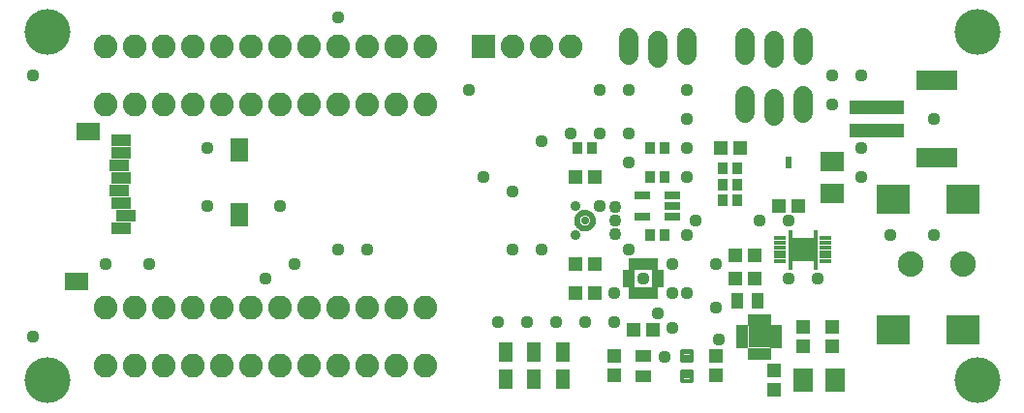
<source format=gts>
G75*
%MOIN*%
%OFA0B0*%
%FSLAX25Y25*%
%IPPOS*%
%LPD*%
%AMOC8*
5,1,8,0,0,1.08239X$1,22.5*
%
%ADD10R,0.05524X0.02965*%
%ADD11R,0.03556X0.04343*%
%ADD12R,0.18910X0.04737*%
%ADD13R,0.14186X0.07099*%
%ADD14R,0.04146X0.01587*%
%ADD15R,0.08477X0.08477*%
%ADD16R,0.01784X0.04737*%
%ADD17R,0.01772X0.13780*%
%ADD18R,0.07887X0.07099*%
%ADD19R,0.05131X0.04737*%
%ADD20R,0.01902X0.04146*%
%ADD21R,0.04146X0.01902*%
%ADD22R,0.07493X0.07493*%
%ADD23R,0.04737X0.05131*%
%ADD24C,0.01421*%
%ADD25R,0.05524X0.03950*%
%ADD26R,0.07099X0.07887*%
%ADD27R,0.03950X0.05524*%
%ADD28R,0.06706X0.03950*%
%ADD29R,0.08280X0.06312*%
%ADD30R,0.06312X0.07887*%
%ADD31C,0.01969*%
%ADD32C,0.03556*%
%ADD33C,0.04343*%
%ADD34C,0.02769*%
%ADD35R,0.03950X0.01981*%
%ADD36R,0.01981X0.03950*%
%ADD37R,0.02493X0.01902*%
%ADD38R,0.04737X0.07099*%
%ADD39C,0.15750*%
%ADD40R,0.08200X0.08200*%
%ADD41C,0.08200*%
%ADD42C,0.06800*%
%ADD43R,0.11824X0.10249*%
%ADD44C,0.08800*%
%ADD45C,0.04369*%
D10*
X0221381Y0072760D03*
X0231619Y0072760D03*
X0231619Y0076500D03*
X0231619Y0080240D03*
X0221381Y0080240D03*
D11*
X0223941Y0086500D03*
X0229059Y0086500D03*
X0248941Y0084000D03*
X0254059Y0084000D03*
X0254059Y0078500D03*
X0248941Y0078500D03*
X0248941Y0089500D03*
X0254059Y0089500D03*
X0229059Y0096500D03*
X0223941Y0096500D03*
X0204059Y0096500D03*
X0198941Y0096500D03*
X0223941Y0066500D03*
X0229059Y0066500D03*
D12*
X0301933Y0102563D03*
X0301933Y0110437D03*
D13*
X0322406Y0119886D03*
X0322406Y0093114D03*
D14*
X0284276Y0065437D03*
X0284276Y0063862D03*
X0284276Y0062287D03*
X0284276Y0060713D03*
X0284276Y0059138D03*
X0284276Y0057563D03*
X0268724Y0057563D03*
X0268724Y0059138D03*
X0268724Y0060713D03*
X0268724Y0062287D03*
X0268724Y0063862D03*
X0268724Y0065437D03*
D15*
X0276500Y0061500D03*
D16*
X0272169Y0056972D03*
X0280831Y0056972D03*
X0280831Y0066028D03*
X0272169Y0066028D03*
D17*
X0272169Y0061500D03*
X0280831Y0061500D03*
D18*
X0286500Y0080988D03*
X0286500Y0092012D03*
D19*
X0254846Y0096500D03*
X0248154Y0096500D03*
X0204846Y0086500D03*
X0198154Y0086500D03*
X0253154Y0059500D03*
X0259846Y0059500D03*
X0259846Y0051500D03*
X0253154Y0051500D03*
X0224846Y0034000D03*
X0218154Y0034000D03*
X0204846Y0046500D03*
X0198154Y0046500D03*
X0198154Y0056500D03*
X0204846Y0056500D03*
X0268154Y0076500D03*
X0274846Y0076500D03*
D20*
X0264453Y0037307D03*
X0262484Y0037307D03*
X0260516Y0037307D03*
X0258547Y0037307D03*
X0258547Y0025693D03*
X0260516Y0025693D03*
X0262484Y0025693D03*
X0264453Y0025693D03*
D21*
X0267307Y0028547D03*
X0267307Y0030516D03*
X0267307Y0032484D03*
X0267307Y0034453D03*
X0255693Y0034453D03*
X0255693Y0032484D03*
X0255693Y0030516D03*
X0255693Y0028547D03*
D22*
X0261500Y0031500D03*
D23*
X0276500Y0028154D03*
X0286500Y0028154D03*
X0286500Y0034846D03*
X0276500Y0034846D03*
X0246500Y0024846D03*
X0246500Y0018154D03*
X0266500Y0019846D03*
X0266500Y0013154D03*
X0211500Y0018154D03*
X0211500Y0024846D03*
D24*
X0234842Y0023295D02*
X0238158Y0023295D01*
X0234842Y0023295D02*
X0234842Y0026611D01*
X0238158Y0026611D01*
X0238158Y0023295D01*
X0238158Y0024715D02*
X0234842Y0024715D01*
X0234842Y0026135D02*
X0238158Y0026135D01*
X0238158Y0016389D02*
X0234842Y0016389D01*
X0234842Y0019705D01*
X0238158Y0019705D01*
X0238158Y0016389D01*
X0238158Y0017809D02*
X0234842Y0017809D01*
X0234842Y0019229D02*
X0238158Y0019229D01*
D25*
X0221500Y0017957D03*
X0221500Y0025043D03*
D26*
X0276488Y0016500D03*
X0287512Y0016500D03*
D27*
X0261043Y0044000D03*
X0253957Y0044000D03*
D28*
X0043449Y0073134D03*
X0041874Y0077465D03*
X0041087Y0081795D03*
X0041874Y0086126D03*
X0041087Y0090457D03*
X0041874Y0094787D03*
X0041874Y0099118D03*
X0041874Y0068803D03*
D29*
X0026717Y0050457D03*
X0030654Y0102228D03*
D30*
X0082425Y0095929D03*
X0082425Y0073488D03*
D31*
X0198764Y0071500D02*
X0198766Y0071604D01*
X0198772Y0071708D01*
X0198782Y0071812D01*
X0198796Y0071915D01*
X0198813Y0072018D01*
X0198835Y0072120D01*
X0198861Y0072221D01*
X0198890Y0072321D01*
X0198923Y0072419D01*
X0198960Y0072517D01*
X0199001Y0072613D01*
X0199045Y0072707D01*
X0199092Y0072800D01*
X0199144Y0072890D01*
X0199198Y0072979D01*
X0199256Y0073066D01*
X0199318Y0073150D01*
X0199382Y0073232D01*
X0199449Y0073311D01*
X0199520Y0073388D01*
X0199593Y0073462D01*
X0199669Y0073533D01*
X0199748Y0073601D01*
X0199829Y0073667D01*
X0199913Y0073729D01*
X0199999Y0073787D01*
X0200087Y0073843D01*
X0200177Y0073895D01*
X0200269Y0073944D01*
X0200363Y0073989D01*
X0200459Y0074030D01*
X0200556Y0074068D01*
X0200655Y0074102D01*
X0200754Y0074132D01*
X0200855Y0074159D01*
X0200957Y0074182D01*
X0201059Y0074200D01*
X0201162Y0074215D01*
X0201266Y0074226D01*
X0201370Y0074233D01*
X0201474Y0074236D01*
X0201578Y0074235D01*
X0201682Y0074230D01*
X0201786Y0074221D01*
X0201889Y0074208D01*
X0201992Y0074191D01*
X0202094Y0074171D01*
X0202196Y0074146D01*
X0202296Y0074118D01*
X0202395Y0074086D01*
X0202493Y0074050D01*
X0202589Y0074010D01*
X0202684Y0073967D01*
X0202777Y0073920D01*
X0202868Y0073869D01*
X0202957Y0073816D01*
X0203044Y0073758D01*
X0203129Y0073698D01*
X0203212Y0073634D01*
X0203292Y0073568D01*
X0203369Y0073498D01*
X0203444Y0073425D01*
X0203516Y0073350D01*
X0203585Y0073272D01*
X0203651Y0073191D01*
X0203713Y0073108D01*
X0203773Y0073023D01*
X0203829Y0072935D01*
X0203882Y0072845D01*
X0203932Y0072754D01*
X0203978Y0072660D01*
X0204020Y0072565D01*
X0204059Y0072468D01*
X0204094Y0072370D01*
X0204125Y0072271D01*
X0204153Y0072170D01*
X0204176Y0072069D01*
X0204196Y0071967D01*
X0204212Y0071864D01*
X0204224Y0071760D01*
X0204232Y0071656D01*
X0204236Y0071552D01*
X0204236Y0071448D01*
X0204232Y0071344D01*
X0204224Y0071240D01*
X0204212Y0071136D01*
X0204196Y0071033D01*
X0204176Y0070931D01*
X0204153Y0070830D01*
X0204125Y0070729D01*
X0204094Y0070630D01*
X0204059Y0070532D01*
X0204020Y0070435D01*
X0203978Y0070340D01*
X0203932Y0070246D01*
X0203882Y0070155D01*
X0203829Y0070065D01*
X0203773Y0069977D01*
X0203713Y0069892D01*
X0203651Y0069809D01*
X0203585Y0069728D01*
X0203516Y0069650D01*
X0203444Y0069575D01*
X0203369Y0069502D01*
X0203292Y0069432D01*
X0203212Y0069366D01*
X0203129Y0069302D01*
X0203044Y0069242D01*
X0202957Y0069184D01*
X0202868Y0069131D01*
X0202777Y0069080D01*
X0202684Y0069033D01*
X0202589Y0068990D01*
X0202493Y0068950D01*
X0202395Y0068914D01*
X0202296Y0068882D01*
X0202196Y0068854D01*
X0202094Y0068829D01*
X0201992Y0068809D01*
X0201889Y0068792D01*
X0201786Y0068779D01*
X0201682Y0068770D01*
X0201578Y0068765D01*
X0201474Y0068764D01*
X0201370Y0068767D01*
X0201266Y0068774D01*
X0201162Y0068785D01*
X0201059Y0068800D01*
X0200957Y0068818D01*
X0200855Y0068841D01*
X0200754Y0068868D01*
X0200655Y0068898D01*
X0200556Y0068932D01*
X0200459Y0068970D01*
X0200363Y0069011D01*
X0200269Y0069056D01*
X0200177Y0069105D01*
X0200087Y0069157D01*
X0199999Y0069213D01*
X0199913Y0069271D01*
X0199829Y0069333D01*
X0199748Y0069399D01*
X0199669Y0069467D01*
X0199593Y0069538D01*
X0199520Y0069612D01*
X0199449Y0069689D01*
X0199382Y0069768D01*
X0199318Y0069850D01*
X0199256Y0069934D01*
X0199198Y0070021D01*
X0199144Y0070110D01*
X0199092Y0070200D01*
X0199045Y0070293D01*
X0199001Y0070387D01*
X0198960Y0070483D01*
X0198923Y0070581D01*
X0198890Y0070679D01*
X0198861Y0070779D01*
X0198835Y0070880D01*
X0198813Y0070982D01*
X0198796Y0071085D01*
X0198782Y0071188D01*
X0198772Y0071292D01*
X0198766Y0071396D01*
X0198764Y0071500D01*
D32*
X0198390Y0066500D03*
X0198390Y0076500D03*
D33*
X0211815Y0076224D03*
X0211815Y0071500D03*
X0211815Y0066776D03*
D34*
X0201500Y0071500D03*
D35*
X0216480Y0053469D03*
X0216480Y0051500D03*
X0216480Y0049531D03*
X0226520Y0049531D03*
X0226520Y0051500D03*
X0226520Y0053469D03*
D36*
X0225437Y0056520D03*
X0223469Y0056520D03*
X0221500Y0056520D03*
X0219531Y0056520D03*
X0217563Y0056520D03*
X0217563Y0046480D03*
X0219531Y0046480D03*
X0221500Y0046480D03*
X0223469Y0046480D03*
X0225437Y0046480D03*
D37*
X0271500Y0090496D03*
X0271500Y0092504D03*
D38*
X0193843Y0026224D03*
X0184000Y0026224D03*
X0174157Y0026224D03*
X0174157Y0016776D03*
X0184000Y0016776D03*
X0193843Y0016776D03*
D39*
X0016500Y0016500D03*
X0016500Y0136500D03*
X0336500Y0136500D03*
X0336500Y0016500D03*
D40*
X0166500Y0131500D03*
D41*
X0176500Y0131500D03*
X0186500Y0131500D03*
X0196500Y0131500D03*
X0146500Y0131500D03*
X0136500Y0131500D03*
X0126500Y0131500D03*
X0116500Y0131500D03*
X0106500Y0131500D03*
X0096500Y0131500D03*
X0086500Y0131500D03*
X0076500Y0131500D03*
X0066500Y0131500D03*
X0056500Y0131500D03*
X0046500Y0131500D03*
X0036500Y0131500D03*
X0036500Y0111500D03*
X0046500Y0111500D03*
X0056500Y0111500D03*
X0066500Y0111500D03*
X0076500Y0111500D03*
X0086500Y0111500D03*
X0096500Y0111500D03*
X0106500Y0111500D03*
X0116500Y0111500D03*
X0126500Y0111500D03*
X0136500Y0111500D03*
X0146500Y0111500D03*
X0146500Y0041500D03*
X0136500Y0041500D03*
X0126500Y0041500D03*
X0116500Y0041500D03*
X0106500Y0041500D03*
X0096500Y0041500D03*
X0086500Y0041500D03*
X0076500Y0041500D03*
X0066500Y0041500D03*
X0056500Y0041500D03*
X0046500Y0041500D03*
X0036500Y0041500D03*
X0036500Y0021500D03*
X0046500Y0021500D03*
X0056500Y0021500D03*
X0066500Y0021500D03*
X0076500Y0021500D03*
X0086500Y0021500D03*
X0096500Y0021500D03*
X0106500Y0021500D03*
X0116500Y0021500D03*
X0126500Y0021500D03*
X0136500Y0021500D03*
X0146500Y0021500D03*
D42*
X0256500Y0108500D02*
X0256500Y0114500D01*
X0266500Y0113500D02*
X0266500Y0107500D01*
X0276500Y0108500D02*
X0276500Y0114500D01*
X0276500Y0128500D02*
X0276500Y0134500D01*
X0266500Y0133500D02*
X0266500Y0127500D01*
X0256500Y0128500D02*
X0256500Y0134500D01*
X0236500Y0134500D02*
X0236500Y0128500D01*
X0226500Y0127500D02*
X0226500Y0133500D01*
X0216500Y0134500D02*
X0216500Y0128500D01*
D43*
X0307484Y0078941D03*
X0331500Y0078941D03*
X0331500Y0034059D03*
X0307484Y0034059D03*
D44*
X0313500Y0056500D03*
X0331500Y0056500D03*
D45*
X0321500Y0066500D03*
X0306500Y0066500D03*
X0279000Y0063500D03*
X0274000Y0063500D03*
X0274000Y0059500D03*
X0279000Y0059500D03*
X0281500Y0051500D03*
X0271500Y0051500D03*
X0246500Y0056500D03*
X0231500Y0056500D03*
X0221500Y0051500D03*
X0211500Y0046500D03*
X0226500Y0039500D03*
X0231500Y0034500D03*
X0247500Y0030500D03*
X0261500Y0031500D03*
X0246500Y0041500D03*
X0236500Y0046500D03*
X0231500Y0046500D03*
X0211500Y0036500D03*
X0201500Y0036500D03*
X0191500Y0036500D03*
X0181500Y0036500D03*
X0171500Y0036500D03*
X0229000Y0024500D03*
X0216500Y0061500D03*
X0236500Y0066500D03*
X0239500Y0071500D03*
X0261500Y0071500D03*
X0271500Y0071500D03*
X0296500Y0086500D03*
X0296500Y0096500D03*
X0321500Y0106500D03*
X0296500Y0121500D03*
X0286500Y0121500D03*
X0286500Y0111500D03*
X0236500Y0106500D03*
X0216500Y0101500D03*
X0206500Y0101500D03*
X0196500Y0101500D03*
X0186500Y0099000D03*
X0166500Y0086500D03*
X0176500Y0081500D03*
X0206500Y0076500D03*
X0236500Y0086500D03*
X0216500Y0091500D03*
X0236500Y0096500D03*
X0236500Y0116500D03*
X0216500Y0116500D03*
X0206500Y0116500D03*
X0161500Y0116500D03*
X0116500Y0141500D03*
X0071500Y0096500D03*
X0071500Y0076500D03*
X0096500Y0076500D03*
X0116500Y0061500D03*
X0126500Y0061500D03*
X0101500Y0056500D03*
X0091500Y0051500D03*
X0051500Y0056500D03*
X0036500Y0056500D03*
X0011500Y0031500D03*
X0176500Y0061500D03*
X0186500Y0061500D03*
X0011500Y0121500D03*
M02*

</source>
